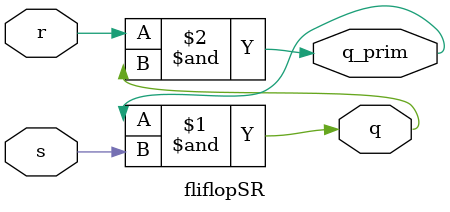
<source format=v>
`timescale 1ns / 1ps
module fliflopSR(
input s ,
input r ,
output q,
output q_prim
    );
and(q,q_prim,s);
and(q_prim,r,q);

endmodule

</source>
